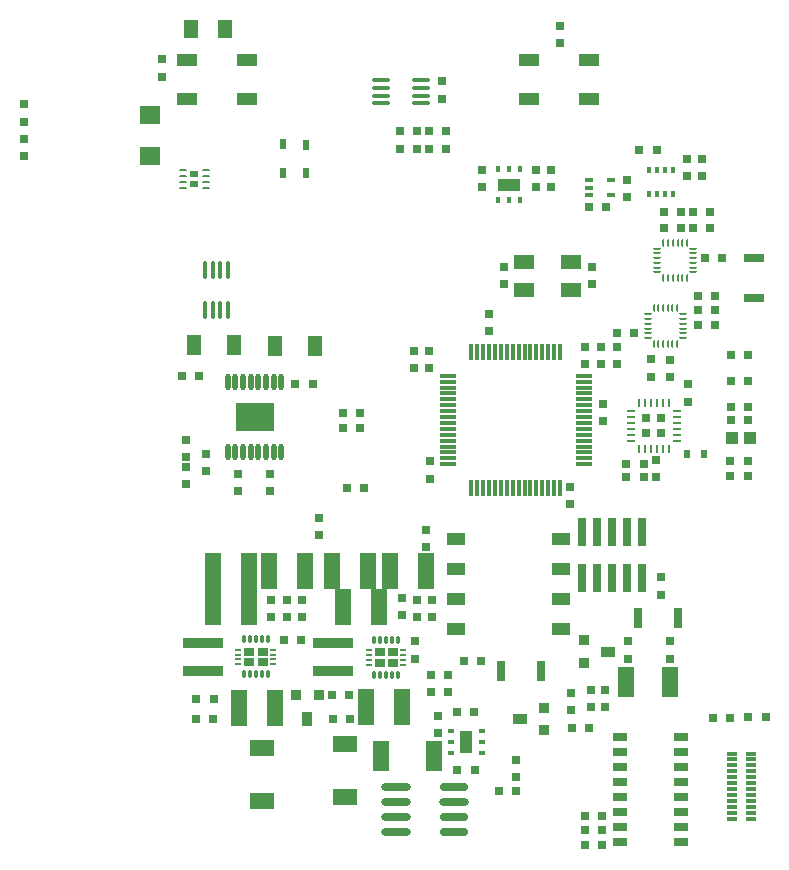
<source format=gtp>
G04*
G04 #@! TF.GenerationSoftware,Altium Limited,Altium Designer,19.0.10 (269)*
G04*
G04 Layer_Color=8421504*
%FSLAX25Y25*%
%MOIN*%
G70*
G01*
G75*
%ADD36R,0.02370X0.00980*%
%ADD37R,0.02270X0.00980*%
%ADD38R,0.03543X0.02559*%
%ADD39R,0.03150X0.02362*%
%ADD40R,0.03000X0.03000*%
%ADD41R,0.05500X0.10236*%
%ADD42R,0.04724X0.03150*%
%ADD43R,0.04724X0.05906*%
%ADD44R,0.01350X0.05315*%
%ADD45R,0.05315X0.01350*%
%ADD46O,0.06299X0.01181*%
%ADD47R,0.02165X0.03347*%
%ADD48R,0.08000X0.05500*%
%ADD49O,0.01102X0.03150*%
%ADD50R,0.02953X0.03150*%
%ADD51R,0.03150X0.02953*%
%ADD52R,0.03150X0.06693*%
%ADD53R,0.03900X0.04000*%
G04:AMPARAMS|DCode=54|XSize=9.84mil|YSize=23.62mil|CornerRadius=4.92mil|HoleSize=0mil|Usage=FLASHONLY|Rotation=90.000|XOffset=0mil|YOffset=0mil|HoleType=Round|Shape=RoundedRectangle|*
%AMROUNDEDRECTD54*
21,1,0.00984,0.01378,0,0,90.0*
21,1,0.00000,0.02362,0,0,90.0*
1,1,0.00984,0.00689,0.00000*
1,1,0.00984,0.00689,0.00000*
1,1,0.00984,-0.00689,0.00000*
1,1,0.00984,-0.00689,0.00000*
%
%ADD54ROUNDEDRECTD54*%
%ADD55R,0.07000X0.06400*%
%ADD56R,0.06693X0.03937*%
%ADD57R,0.06693X0.03937*%
%ADD58R,0.06693X0.03150*%
%ADD59R,0.04500X0.07000*%
%ADD60R,0.02100X0.03150*%
%ADD61R,0.03347X0.01181*%
%ADD62O,0.09843X0.02756*%
%ADD63R,0.05400X0.12000*%
%ADD64R,0.03150X0.03150*%
G04:AMPARAMS|DCode=65|XSize=23.62mil|YSize=9.06mil|CornerRadius=4.53mil|HoleSize=0mil|Usage=FLASHONLY|Rotation=90.000|XOffset=0mil|YOffset=0mil|HoleType=Round|Shape=RoundedRectangle|*
%AMROUNDEDRECTD65*
21,1,0.02362,0.00000,0,0,90.0*
21,1,0.01456,0.00906,0,0,90.0*
1,1,0.00906,0.00000,0.00728*
1,1,0.00906,0.00000,-0.00728*
1,1,0.00906,0.00000,-0.00728*
1,1,0.00906,0.00000,0.00728*
%
%ADD65ROUNDEDRECTD65*%
G04:AMPARAMS|DCode=66|XSize=23.62mil|YSize=9.06mil|CornerRadius=4.53mil|HoleSize=0mil|Usage=FLASHONLY|Rotation=180.000|XOffset=0mil|YOffset=0mil|HoleType=Round|Shape=RoundedRectangle|*
%AMROUNDEDRECTD66*
21,1,0.02362,0.00000,0,0,180.0*
21,1,0.01456,0.00906,0,0,180.0*
1,1,0.00906,-0.00728,0.00000*
1,1,0.00906,0.00728,0.00000*
1,1,0.00906,0.00728,0.00000*
1,1,0.00906,-0.00728,0.00000*
%
%ADD66ROUNDEDRECTD66*%
%ADD67R,0.03150X0.00984*%
%ADD68R,0.00984X0.03150*%
%ADD69R,0.13400X0.03800*%
%ADD70R,0.03600X0.03600*%
%ADD71R,0.03600X0.05000*%
%ADD72R,0.02992X0.09449*%
%ADD73R,0.01772X0.01968*%
G04:AMPARAMS|DCode=74|XSize=41.34mil|YSize=70.87mil|CornerRadius=0mil|HoleSize=0mil|Usage=FLASHONLY|Rotation=90.000|XOffset=0mil|YOffset=0mil|HoleType=Round|Shape=RoundedRectangle|*
%AMROUNDEDRECTD74*
21,1,0.04134,0.07087,0,0,90.0*
21,1,0.04134,0.07087,0,0,90.0*
1,1,0.00000,0.03543,0.02067*
1,1,0.00000,0.03543,-0.02067*
1,1,0.00000,-0.03543,-0.02067*
1,1,0.00000,-0.03543,0.02067*
%
%ADD74ROUNDEDRECTD74*%
%ADD75R,0.07087X0.04724*%
%ADD76O,0.01772X0.05512*%
%ADD77R,0.12953X0.09488*%
G04:AMPARAMS|DCode=78|XSize=41.34mil|YSize=70.87mil|CornerRadius=0mil|HoleSize=0mil|Usage=FLASHONLY|Rotation=180.000|XOffset=0mil|YOffset=0mil|HoleType=Round|Shape=RoundedRectangle|*
%AMROUNDEDRECTD78*
21,1,0.04134,0.07087,0,0,180.0*
21,1,0.04134,0.07087,0,0,180.0*
1,1,0.00000,-0.02067,0.03543*
1,1,0.00000,0.02067,0.03543*
1,1,0.00000,0.02067,-0.03543*
1,1,0.00000,-0.02067,-0.03543*
%
%ADD78ROUNDEDRECTD78*%
%ADD79R,0.01968X0.01772*%
%ADD80R,0.02756X0.01575*%
%ADD81R,0.03150X0.03150*%
%ADD82R,0.03600X0.03600*%
%ADD83R,0.05000X0.03600*%
%ADD84R,0.05709X0.10039*%
%ADD85O,0.09449X0.02756*%
%ADD86R,0.05906X0.04331*%
%ADD87R,0.01378X0.01968*%
%ADD88O,0.01181X0.06299*%
D36*
X113222Y133403D02*
D03*
Y134978D02*
D03*
Y131833D02*
D03*
Y136553D02*
D03*
X156639Y133207D02*
D03*
Y134782D02*
D03*
Y131637D02*
D03*
Y136356D02*
D03*
D37*
X101602Y136553D02*
D03*
Y131833D02*
D03*
Y134978D02*
D03*
Y133403D02*
D03*
X145019Y136356D02*
D03*
Y131637D02*
D03*
Y134782D02*
D03*
Y133207D02*
D03*
D38*
X109642Y135976D02*
D03*
Y132409D02*
D03*
X105232D02*
D03*
Y135976D02*
D03*
X153059Y135776D02*
D03*
Y132209D02*
D03*
X148650D02*
D03*
Y135776D02*
D03*
D39*
X86961Y291865D02*
D03*
Y295015D02*
D03*
D40*
X237610Y208685D02*
D03*
Y213685D02*
D03*
X242610D02*
D03*
Y208685D02*
D03*
D41*
X166900Y101209D02*
D03*
X149100D02*
D03*
D42*
X249295Y72635D02*
D03*
Y77635D02*
D03*
Y82635D02*
D03*
X228823Y72635D02*
D03*
Y82635D02*
D03*
X249295Y87635D02*
D03*
Y92635D02*
D03*
Y97635D02*
D03*
X228823Y92635D02*
D03*
Y97635D02*
D03*
Y102635D02*
D03*
X249295D02*
D03*
X228823Y87635D02*
D03*
Y107635D02*
D03*
X249295D02*
D03*
X228823Y77635D02*
D03*
D43*
X97209Y343400D02*
D03*
X85791D02*
D03*
D44*
X208811Y235791D02*
D03*
X206842D02*
D03*
X204874D02*
D03*
X202906D02*
D03*
X200937D02*
D03*
X198969D02*
D03*
X197000D02*
D03*
X195031D02*
D03*
X193063D02*
D03*
X191095D02*
D03*
X189126D02*
D03*
X187157D02*
D03*
X185189D02*
D03*
X183221D02*
D03*
X181252D02*
D03*
X179283D02*
D03*
Y190516D02*
D03*
X181252D02*
D03*
X183221D02*
D03*
X185189D02*
D03*
X187157D02*
D03*
X189126D02*
D03*
X191095D02*
D03*
X193063D02*
D03*
X195031D02*
D03*
X197000D02*
D03*
X198969D02*
D03*
X200937D02*
D03*
X202906D02*
D03*
X204874D02*
D03*
X206842D02*
D03*
X208811D02*
D03*
D45*
X171409Y227917D02*
D03*
Y225949D02*
D03*
Y223980D02*
D03*
Y222012D02*
D03*
Y220043D02*
D03*
Y218075D02*
D03*
Y216106D02*
D03*
Y214138D02*
D03*
Y212169D02*
D03*
Y210201D02*
D03*
Y208232D02*
D03*
Y206264D02*
D03*
Y204295D02*
D03*
Y202327D02*
D03*
Y200358D02*
D03*
Y198390D02*
D03*
X216685D02*
D03*
Y200358D02*
D03*
Y202327D02*
D03*
Y204295D02*
D03*
Y206264D02*
D03*
Y208232D02*
D03*
Y210201D02*
D03*
Y216106D02*
D03*
Y218075D02*
D03*
Y220043D02*
D03*
Y222012D02*
D03*
Y223980D02*
D03*
Y225949D02*
D03*
Y227917D02*
D03*
Y212169D02*
D03*
Y214138D02*
D03*
D46*
X162453Y318661D02*
D03*
Y321220D02*
D03*
Y323780D02*
D03*
Y326339D02*
D03*
X149067Y318661D02*
D03*
Y321220D02*
D03*
Y323780D02*
D03*
Y326339D02*
D03*
D47*
X124000Y295437D02*
D03*
Y304886D02*
D03*
X116543Y295535D02*
D03*
Y304984D02*
D03*
D48*
X137000Y105235D02*
D03*
Y87435D02*
D03*
X109500Y103900D02*
D03*
Y86100D02*
D03*
D49*
X103500Y128386D02*
D03*
X105468D02*
D03*
X107437D02*
D03*
X109406D02*
D03*
X111374D02*
D03*
Y140000D02*
D03*
X109406D02*
D03*
X107437D02*
D03*
X105468D02*
D03*
X103500D02*
D03*
X146917Y128187D02*
D03*
X148886D02*
D03*
X150854D02*
D03*
X152823D02*
D03*
X154791D02*
D03*
Y139802D02*
D03*
X152823D02*
D03*
X150854D02*
D03*
X148886D02*
D03*
X146917D02*
D03*
D50*
X137650Y190516D02*
D03*
X143358D02*
D03*
X235293Y303311D02*
D03*
X241001D02*
D03*
X243482Y282445D02*
D03*
X249190D02*
D03*
X243476Y277023D02*
D03*
X249185D02*
D03*
X257020Y266996D02*
D03*
X262729D02*
D03*
X253226Y282445D02*
D03*
X258935D02*
D03*
X253226Y277023D02*
D03*
X258935D02*
D03*
X233354Y241997D02*
D03*
X227646D02*
D03*
X260421Y254435D02*
D03*
X254713D02*
D03*
X254712Y244961D02*
D03*
X260421D02*
D03*
X254712Y249727D02*
D03*
X260421D02*
D03*
X236665Y194256D02*
D03*
X230957D02*
D03*
X236665Y198600D02*
D03*
X230957D02*
D03*
X194146Y89525D02*
D03*
X188437D02*
D03*
X218482Y110556D02*
D03*
X212773D02*
D03*
X217095Y81083D02*
D03*
X222804D02*
D03*
X265646Y234709D02*
D03*
X271354D02*
D03*
X265646Y213055D02*
D03*
X271354D02*
D03*
X265646Y217386D02*
D03*
X271354D02*
D03*
X265646Y226047D02*
D03*
X271354D02*
D03*
X222804Y76358D02*
D03*
X217095D02*
D03*
X222804Y71634D02*
D03*
X217095D02*
D03*
X265602Y194534D02*
D03*
X271311D02*
D03*
X265602Y199374D02*
D03*
X271311D02*
D03*
X259862Y113854D02*
D03*
X265570D02*
D03*
X180054Y115909D02*
D03*
X174346D02*
D03*
X176823Y132839D02*
D03*
X182531D02*
D03*
X138634Y121500D02*
D03*
X132925D02*
D03*
X133146Y113500D02*
D03*
X138854D02*
D03*
X142177Y210398D02*
D03*
X136469D02*
D03*
X174639Y96520D02*
D03*
X180347D02*
D03*
X142177Y215516D02*
D03*
X136469D02*
D03*
X93085Y113439D02*
D03*
X87376D02*
D03*
X116783Y139807D02*
D03*
X122492D02*
D03*
X126346Y225159D02*
D03*
X120637D02*
D03*
X82728Y227917D02*
D03*
X88437D02*
D03*
X218467Y284020D02*
D03*
X224176D02*
D03*
X155366Y309413D02*
D03*
X161075D02*
D03*
X155315Y303508D02*
D03*
X161024D02*
D03*
D51*
X128351Y180575D02*
D03*
Y174866D02*
D03*
X242500Y154965D02*
D03*
Y160673D02*
D03*
X256252Y294551D02*
D03*
Y300260D02*
D03*
X251134Y294551D02*
D03*
Y300260D02*
D03*
X227906Y231756D02*
D03*
Y237465D02*
D03*
X239134Y233354D02*
D03*
Y227646D02*
D03*
X240732Y199854D02*
D03*
Y194146D02*
D03*
X251397Y224986D02*
D03*
Y219278D02*
D03*
X245360Y233232D02*
D03*
Y227524D02*
D03*
X212500Y116383D02*
D03*
Y122091D02*
D03*
X223969Y117386D02*
D03*
Y123094D02*
D03*
X219244Y117386D02*
D03*
Y123094D02*
D03*
X231337Y133646D02*
D03*
Y139354D02*
D03*
X245500Y133635D02*
D03*
Y139343D02*
D03*
X164085Y170929D02*
D03*
Y176638D02*
D03*
X171561Y128223D02*
D03*
Y122515D02*
D03*
X205858Y290869D02*
D03*
Y296578D02*
D03*
X165701Y128213D02*
D03*
Y122504D02*
D03*
X168000Y108682D02*
D03*
Y114391D02*
D03*
X182649Y296578D02*
D03*
Y290869D02*
D03*
X231000Y287500D02*
D03*
Y293209D02*
D03*
X166231Y153222D02*
D03*
Y147514D02*
D03*
X161113Y147514D02*
D03*
Y153222D02*
D03*
X156000Y153854D02*
D03*
Y148146D02*
D03*
X122830Y153222D02*
D03*
Y147514D02*
D03*
X117712D02*
D03*
Y153222D02*
D03*
X112594D02*
D03*
Y147514D02*
D03*
X160500Y139354D02*
D03*
Y133646D02*
D03*
X84205Y206559D02*
D03*
Y200850D02*
D03*
X84214Y191795D02*
D03*
Y197504D02*
D03*
X112157Y195142D02*
D03*
Y189433D02*
D03*
X101528D02*
D03*
Y195142D02*
D03*
X29985Y306756D02*
D03*
Y301047D02*
D03*
X185189Y242927D02*
D03*
Y248636D02*
D03*
X223000Y212881D02*
D03*
Y218590D02*
D03*
X165049Y230378D02*
D03*
Y236087D02*
D03*
X212179Y190811D02*
D03*
Y185102D02*
D03*
X165500Y193646D02*
D03*
Y199354D02*
D03*
X200799Y296619D02*
D03*
Y290911D02*
D03*
X217295Y231937D02*
D03*
Y237646D02*
D03*
X160189Y230378D02*
D03*
Y236087D02*
D03*
X222394Y231756D02*
D03*
Y237465D02*
D03*
X219638Y264218D02*
D03*
Y258509D02*
D03*
X189988Y258537D02*
D03*
Y264245D02*
D03*
X169500Y325984D02*
D03*
Y320276D02*
D03*
X208811Y338888D02*
D03*
Y344597D02*
D03*
X76000Y333354D02*
D03*
Y327646D02*
D03*
D52*
X234835Y147286D02*
D03*
X248221D02*
D03*
X189183Y129546D02*
D03*
X202569D02*
D03*
D53*
X272000Y207000D02*
D03*
X266000D02*
D03*
D54*
X83220Y296393D02*
D03*
Y294425D02*
D03*
Y292456D02*
D03*
Y290488D02*
D03*
X90701D02*
D03*
Y292456D02*
D03*
Y294425D02*
D03*
Y296393D02*
D03*
D55*
X72000Y301300D02*
D03*
Y314700D02*
D03*
D56*
X104500Y320272D02*
D03*
X84500D02*
D03*
X198500D02*
D03*
X218500D02*
D03*
D57*
X104500Y333272D02*
D03*
X84500D02*
D03*
X198500D02*
D03*
X218500D02*
D03*
D58*
X273451Y267091D02*
D03*
Y253705D02*
D03*
D59*
X113710Y237957D02*
D03*
X127110D02*
D03*
X100200Y238000D02*
D03*
X86800D02*
D03*
D60*
X256744Y201881D02*
D03*
X251035D02*
D03*
D61*
X266094Y101959D02*
D03*
Y99991D02*
D03*
Y98022D02*
D03*
Y96054D02*
D03*
Y94085D02*
D03*
Y92117D02*
D03*
Y90148D02*
D03*
Y88180D02*
D03*
Y86211D02*
D03*
Y84243D02*
D03*
Y82274D02*
D03*
Y80306D02*
D03*
X272630D02*
D03*
Y82274D02*
D03*
Y84243D02*
D03*
Y86211D02*
D03*
Y88180D02*
D03*
Y90148D02*
D03*
Y92117D02*
D03*
Y94085D02*
D03*
Y96054D02*
D03*
Y98022D02*
D03*
Y99991D02*
D03*
Y101959D02*
D03*
D62*
X154087Y85732D02*
D03*
Y90732D02*
D03*
X173378Y85732D02*
D03*
X154087Y75732D02*
D03*
Y80732D02*
D03*
D63*
X164220Y162760D02*
D03*
X152220D02*
D03*
X132755Y162760D02*
D03*
X144755D02*
D03*
X136587Y150924D02*
D03*
X148587D02*
D03*
X156000Y117500D02*
D03*
X144000D02*
D03*
X93185Y150924D02*
D03*
X105185D02*
D03*
X123761Y162760D02*
D03*
X111761D02*
D03*
X93165D02*
D03*
X105165D02*
D03*
X113886Y117292D02*
D03*
X101886D02*
D03*
D64*
X87525Y120240D02*
D03*
X93430D02*
D03*
X271597Y114121D02*
D03*
X277502D02*
D03*
X170922Y303508D02*
D03*
X165017D02*
D03*
X170949Y309413D02*
D03*
X165044D02*
D03*
D65*
X243260Y260398D02*
D03*
X244834D02*
D03*
X246410D02*
D03*
X247983D02*
D03*
X249558D02*
D03*
X251133D02*
D03*
Y272210D02*
D03*
X249558D02*
D03*
X247983D02*
D03*
X246410D02*
D03*
X244834D02*
D03*
X243260D02*
D03*
X239991Y238529D02*
D03*
X241566D02*
D03*
X243141D02*
D03*
X244715D02*
D03*
X246290D02*
D03*
X247865D02*
D03*
Y250341D02*
D03*
X246290D02*
D03*
X244715D02*
D03*
X243141D02*
D03*
X241566D02*
D03*
X239991D02*
D03*
D66*
X253102Y262367D02*
D03*
Y263942D02*
D03*
Y265517D02*
D03*
Y267091D02*
D03*
Y268666D02*
D03*
Y270241D02*
D03*
X241290D02*
D03*
Y268666D02*
D03*
Y267091D02*
D03*
Y265517D02*
D03*
Y263942D02*
D03*
Y262367D02*
D03*
X238022Y248372D02*
D03*
Y246797D02*
D03*
Y245222D02*
D03*
Y243648D02*
D03*
Y242073D02*
D03*
Y240498D02*
D03*
X249834D02*
D03*
Y242073D02*
D03*
Y243648D02*
D03*
Y245222D02*
D03*
Y246797D02*
D03*
Y248372D02*
D03*
D67*
X232531Y216106D02*
D03*
Y214138D02*
D03*
Y212169D02*
D03*
Y210201D02*
D03*
Y208232D02*
D03*
Y206264D02*
D03*
X247689D02*
D03*
Y208232D02*
D03*
Y210201D02*
D03*
Y212169D02*
D03*
Y214138D02*
D03*
Y216106D02*
D03*
D68*
X235189Y203606D02*
D03*
X237158D02*
D03*
X239126D02*
D03*
X241094D02*
D03*
X243063D02*
D03*
X245031D02*
D03*
Y218764D02*
D03*
X243063D02*
D03*
X241094D02*
D03*
X239126D02*
D03*
X237158D02*
D03*
X235189D02*
D03*
D69*
X89736Y138670D02*
D03*
Y129370D02*
D03*
X133138Y138670D02*
D03*
Y129370D02*
D03*
D70*
X120852Y121592D02*
D03*
X128351D02*
D03*
D71*
X124601Y113593D02*
D03*
D72*
X216000Y175854D02*
D03*
X221000D02*
D03*
X226000D02*
D03*
X231000D02*
D03*
X236000D02*
D03*
Y160500D02*
D03*
X231000D02*
D03*
X226000D02*
D03*
X221000D02*
D03*
X216000D02*
D03*
D73*
X191882Y286440D02*
D03*
X191882Y296676D02*
D03*
X195622D02*
D03*
X188142Y286440D02*
D03*
X195622D02*
D03*
X188142Y296676D02*
D03*
D74*
X191882Y291558D02*
D03*
D75*
X196803Y265909D02*
D03*
X212551D02*
D03*
X196803Y256461D02*
D03*
X212551D02*
D03*
D76*
X115953Y225750D02*
D03*
X113394D02*
D03*
X110835D02*
D03*
X108276D02*
D03*
X105717D02*
D03*
X103158D02*
D03*
X100599D02*
D03*
X98040D02*
D03*
X115953Y202521D02*
D03*
X113394D02*
D03*
X110835D02*
D03*
X108276D02*
D03*
X105717D02*
D03*
X103158D02*
D03*
X100599D02*
D03*
X98040D02*
D03*
D77*
X106996Y214135D02*
D03*
D78*
X177531Y105807D02*
D03*
D79*
X172413Y102067D02*
D03*
X182649Y109547D02*
D03*
Y102067D02*
D03*
X172413Y109547D02*
D03*
Y105807D02*
D03*
X182649Y105807D02*
D03*
D80*
X218411Y288056D02*
D03*
Y290615D02*
D03*
Y293174D02*
D03*
X225892D02*
D03*
Y288056D02*
D03*
D81*
X90898Y201933D02*
D03*
Y196028D02*
D03*
X29985Y312613D02*
D03*
Y318519D02*
D03*
X194244Y99965D02*
D03*
Y94059D02*
D03*
D82*
X203559Y117297D02*
D03*
Y109797D02*
D03*
X216641Y139713D02*
D03*
Y132213D02*
D03*
D83*
X195559Y113547D02*
D03*
X224641Y135963D02*
D03*
D84*
X245425Y125752D02*
D03*
X230858D02*
D03*
D85*
X173378Y75732D02*
D03*
Y80732D02*
D03*
Y90732D02*
D03*
D86*
X209205Y143429D02*
D03*
X174165D02*
D03*
X209205Y153429D02*
D03*
X174165D02*
D03*
X209205Y163429D02*
D03*
X174165D02*
D03*
X209205Y173429D02*
D03*
X174165D02*
D03*
D87*
X243752Y296619D02*
D03*
X246311D02*
D03*
X238634D02*
D03*
X241193D02*
D03*
Y288548D02*
D03*
X238634D02*
D03*
X246311D02*
D03*
X243752D02*
D03*
D88*
X98184Y263154D02*
D03*
X95624D02*
D03*
X93065D02*
D03*
X90506D02*
D03*
X98184Y249768D02*
D03*
X95624D02*
D03*
X93065D02*
D03*
X90506D02*
D03*
M02*

</source>
